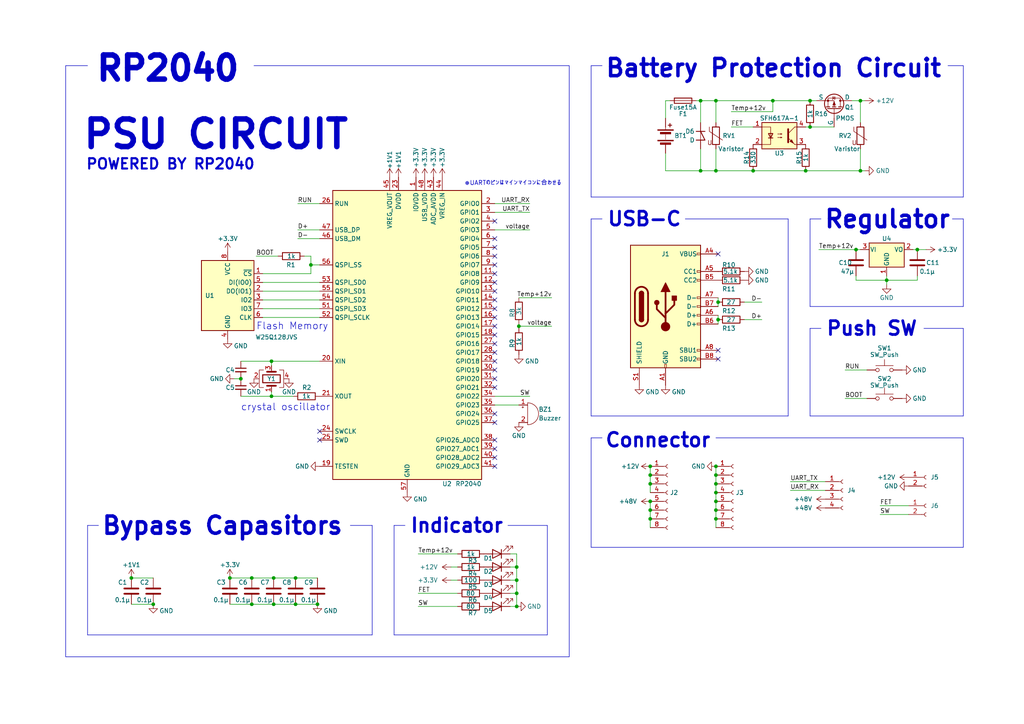
<source format=kicad_sch>
(kicad_sch (version 20230121) (generator eeschema)
  (paper "A4")
  (junction (at 257.175 81.28))
  (junction (at 207.645 49.53))
  (junction (at 73.025 175.26))
  (junction (at 188.595 135.255))
  (junction (at 249.555 29.21))
  (junction (at 233.68 49.53))
  (junction (at 188.595 137.795))
  (junction (at 85.725 167.64))
  (junction (at 437.515 20.32))
  (junction (at 395.605 0))
  (junction (at 38.1 167.64))
  (junction (at 207.645 135.255))
  (junction (at 150.495 94.615))
  (junction (at 406.4 20.32))
  (junction (at 203.2 49.53))
  (junction (at 92.075 175.26))
  (junction (at 248.285 72.39))
  (junction (at 391.16 0))
  (junction (at 69.85 109.855))
  (junction (at 90.17 76.835))
  (junction (at 207.645 147.955))
  (junction (at 203.2 29.21))
  (junction (at 422.91 0))
  (junction (at 207.645 140.335))
  (junction (at 208.28 92.71))
  (junction (at 207.645 29.21))
  (junction (at 79.375 175.26))
  (junction (at 188.595 140.335))
  (junction (at 149.86 175.895))
  (junction (at 412.115 0))
  (junction (at 266.065 72.39))
  (junction (at 208.28 87.63))
  (junction (at 73.025 167.64))
  (junction (at 149.86 168.275))
  (junction (at 207.645 142.875))
  (junction (at 79.375 167.64))
  (junction (at 78.74 104.775))
  (junction (at 188.595 147.955))
  (junction (at 66.675 167.64))
  (junction (at 207.645 137.795))
  (junction (at 234.95 29.21))
  (junction (at 44.45 175.26))
  (junction (at 149.86 172.085))
  (junction (at 422.91 7.62))
  (junction (at 218.44 49.53))
  (junction (at 421.64 20.32))
  (junction (at 188.595 145.415))
  (junction (at 234.95 36.83))
  (junction (at 188.595 150.495))
  (junction (at 224.155 29.21))
  (junction (at 85.725 175.26))
  (junction (at 78.74 114.935))
  (junction (at 391.16 20.32))
  (junction (at 395.605 20.32))
  (junction (at 385.445 33.655))
  (junction (at 207.645 150.495))
  (junction (at 249.555 49.53))
  (junction (at 437.515 0))
  (junction (at 149.86 164.465))
  (junction (at 207.645 145.415))
  (no_connect (at 143.51 79.375))
  (no_connect (at 143.51 112.395))
  (no_connect (at 143.51 84.455))
  (no_connect (at 143.51 97.155))
  (no_connect (at 143.51 107.315))
  (no_connect (at 143.51 89.535))
  (no_connect (at 143.51 94.615))
  (no_connect (at 143.51 86.995))
  (no_connect (at 143.51 122.555))
  (no_connect (at 92.71 127.635))
  (no_connect (at 208.28 104.14))
  (no_connect (at 143.51 120.015))
  (no_connect (at 143.51 130.175))
  (no_connect (at 143.51 102.235))
  (no_connect (at 143.51 104.775))
  (no_connect (at 143.51 81.915))
  (no_connect (at 143.51 71.755))
  (no_connect (at 143.51 127.635))
  (no_connect (at 143.51 69.215))
  (no_connect (at 208.28 101.6))
  (no_connect (at 143.51 76.835))
  (no_connect (at 92.71 125.095))
  (no_connect (at 143.51 132.715))
  (no_connect (at 143.51 135.255))
  (no_connect (at 143.51 74.295))
  (no_connect (at 143.51 99.695))
  (no_connect (at 143.51 64.135))
  (no_connect (at 143.51 92.075))
  (no_connect (at 143.51 109.855))
  (no_connect (at 208.28 73.66))
  (wire (pts (xy 147.955 175.895) (xy 149.86 175.895)))
  (wire (pts (xy 130.81 164.465) (xy 132.715 164.465)))
  (polyline (pts (xy 73.66 19.05) (xy 165.1 19.05)))
  (polyline (pts (xy 279.4 120.65) (xy 279.4 95.25)))
  (wire (pts (xy 203.2 43.18) (xy 203.2 49.53)))
  (polyline (pts (xy 174.625 63.5) (xy 171.45 63.5)))
  (wire (pts (xy 207.645 142.875) (xy 207.645 145.415)))
  (wire (pts (xy 437.515 6.35) (xy 437.515 0)))
  (wire (pts (xy 394.97 25.4) (xy 385.445 25.4)))
  (polyline (pts (xy 19.05 19.05) (xy 19.05 190.5)))
  (wire (pts (xy 143.51 117.475) (xy 150.495 117.475)))
  (wire (pts (xy 188.595 137.795) (xy 188.595 140.335)))
  (polyline (pts (xy 198.755 63.5) (xy 228.6 63.5)))
  (wire (pts (xy 121.285 172.085) (xy 132.715 172.085)))
  (wire (pts (xy 237.49 72.39) (xy 248.285 72.39)))
  (wire (pts (xy 412.115 0) (xy 422.91 0)))
  (wire (pts (xy 266.065 72.39) (xy 268.605 72.39)))
  (wire (pts (xy 207.645 140.335) (xy 207.645 142.875)))
  (polyline (pts (xy 267.97 95.25) (xy 279.4 95.25)))
  (polyline (pts (xy 171.45 57.15) (xy 279.4 57.15)))
  (wire (pts (xy 385.445 33.02) (xy 385.445 33.655)))
  (polyline (pts (xy 174.625 19.05) (xy 171.45 19.05)))
  (wire (pts (xy 422.91 7.62) (xy 429.895 7.62)))
  (wire (pts (xy 207.645 150.495) (xy 207.645 153.035)))
  (wire (pts (xy 201.93 29.21) (xy 203.2 29.21)))
  (wire (pts (xy 245.11 107.315) (xy 251.46 107.315)))
  (wire (pts (xy 395.605 13.97) (xy 395.605 20.32)))
  (wire (pts (xy 90.17 79.375) (xy 90.17 76.835)))
  (wire (pts (xy 149.86 175.895) (xy 149.86 172.085)))
  (wire (pts (xy 207.645 43.18) (xy 207.645 49.53)))
  (polyline (pts (xy 25.4 19.05) (xy 19.05 19.05)))
  (polyline (pts (xy 276.225 63.5) (xy 279.4 63.5)))
  (wire (pts (xy 143.51 114.935) (xy 153.67 114.935)))
  (wire (pts (xy 208.28 86.36) (xy 208.28 87.63)))
  (wire (pts (xy 394.97 33.655) (xy 385.445 33.655)))
  (wire (pts (xy 208.28 92.71) (xy 208.28 93.98)))
  (wire (pts (xy 76.2 84.455) (xy 92.71 84.455)))
  (wire (pts (xy 381 20.32) (xy 391.16 20.32)))
  (wire (pts (xy 193.04 29.21) (xy 193.04 34.29)))
  (wire (pts (xy 193.04 49.53) (xy 193.04 44.45)))
  (polyline (pts (xy 234.95 120.65) (xy 279.4 120.65)))
  (polyline (pts (xy 207.645 127) (xy 279.4 127)))
  (wire (pts (xy 391.16 13.97) (xy 391.16 20.32)))
  (wire (pts (xy 66.675 167.64) (xy 73.025 167.64)))
  (wire (pts (xy 160.02 86.36) (xy 150.495 86.36)))
  (wire (pts (xy 153.67 66.675) (xy 143.51 66.675)))
  (wire (pts (xy 78.74 104.775) (xy 92.71 104.775)))
  (wire (pts (xy 66.675 175.26) (xy 73.025 175.26)))
  (wire (pts (xy 73.025 175.26) (xy 79.375 175.26)))
  (wire (pts (xy 86.36 59.055) (xy 92.71 59.055)))
  (wire (pts (xy 248.285 81.28) (xy 248.285 80.01)))
  (wire (pts (xy 147.955 160.655) (xy 149.86 160.655)))
  (wire (pts (xy 248.285 81.28) (xy 257.175 81.28)))
  (polyline (pts (xy 117.475 152.4) (xy 114.3 152.4)))
  (wire (pts (xy 405.765 28.575) (xy 401.32 28.575)))
  (wire (pts (xy 249.555 35.56) (xy 249.555 29.21)))
  (polyline (pts (xy 279.4 88.9) (xy 279.4 63.5)))
  (wire (pts (xy 193.04 29.21) (xy 194.31 29.21)))
  (wire (pts (xy 257.175 82.55) (xy 257.175 81.28)))
  (wire (pts (xy 389.89 0) (xy 391.16 0)))
  (wire (pts (xy 220.98 92.71) (xy 215.9 92.71)))
  (wire (pts (xy 249.555 43.18) (xy 249.555 49.53)))
  (wire (pts (xy 86.36 66.675) (xy 92.71 66.675)))
  (wire (pts (xy 233.68 36.83) (xy 234.95 36.83)))
  (wire (pts (xy 207.645 147.955) (xy 207.645 150.495)))
  (wire (pts (xy 203.2 29.21) (xy 207.645 29.21)))
  (wire (pts (xy 207.645 49.53) (xy 218.44 49.53)))
  (wire (pts (xy 212.09 36.83) (xy 218.44 36.83)))
  (wire (pts (xy 67.945 109.855) (xy 69.85 109.855)))
  (wire (pts (xy 257.175 81.28) (xy 257.175 80.01)))
  (wire (pts (xy 412.115 3.175) (xy 412.115 0)))
  (wire (pts (xy 79.375 167.64) (xy 85.725 167.64)))
  (polyline (pts (xy 171.45 63.5) (xy 171.45 120.65)))
  (wire (pts (xy 400.05 7.62) (xy 406.4 7.62)))
  (wire (pts (xy 149.86 164.465) (xy 149.86 168.275)))
  (wire (pts (xy 395.605 0) (xy 412.115 0)))
  (wire (pts (xy 257.175 81.28) (xy 266.065 81.28)))
  (polyline (pts (xy 107.95 184.15) (xy 107.95 152.4)))
  (wire (pts (xy 208.28 87.63) (xy 208.28 88.9)))
  (wire (pts (xy 255.27 146.685) (xy 263.525 146.685)))
  (wire (pts (xy 203.2 29.21) (xy 203.2 35.56)))
  (polyline (pts (xy 234.95 63.5) (xy 234.95 88.9)))
  (wire (pts (xy 188.595 150.495) (xy 188.595 153.035)))
  (wire (pts (xy 249.555 29.21) (xy 250.825 29.21)))
  (polyline (pts (xy 228.6 120.65) (xy 228.6 63.5)))
  (wire (pts (xy 150.495 94.615) (xy 150.495 95.25)))
  (wire (pts (xy 207.645 137.795) (xy 207.645 140.335)))
  (wire (pts (xy 90.17 74.295) (xy 88.265 74.295)))
  (wire (pts (xy 188.595 135.255) (xy 188.595 137.795)))
  (wire (pts (xy 218.44 49.53) (xy 233.68 49.53)))
  (polyline (pts (xy 158.75 184.15) (xy 158.75 152.4)))
  (wire (pts (xy 188.595 145.415) (xy 188.595 147.955)))
  (wire (pts (xy 160.02 94.615) (xy 150.495 94.615)))
  (polyline (pts (xy 171.45 120.65) (xy 228.6 120.65)))
  (wire (pts (xy 79.375 175.26) (xy 85.725 175.26)))
  (polyline (pts (xy 171.45 127) (xy 171.45 158.75)))
  (wire (pts (xy 73.025 167.64) (xy 79.375 167.64)))
  (wire (pts (xy 121.285 175.895) (xy 132.715 175.895)))
  (polyline (pts (xy 174.625 127) (xy 171.45 127)))
  (polyline (pts (xy 28.575 152.4) (xy 25.4 152.4)))
  (wire (pts (xy 400.05 3.175) (xy 412.115 3.175)))
  (wire (pts (xy 188.595 147.955) (xy 188.595 150.495)))
  (wire (pts (xy 207.645 135.255) (xy 207.645 137.795)))
  (wire (pts (xy 85.725 167.64) (xy 92.075 167.64)))
  (wire (pts (xy 78.74 113.665) (xy 78.74 114.935)))
  (wire (pts (xy 212.09 32.385) (xy 224.155 32.385)))
  (wire (pts (xy 395.605 6.35) (xy 395.605 0)))
  (wire (pts (xy 437.515 13.97) (xy 437.515 20.32)))
  (wire (pts (xy 233.68 49.53) (xy 249.555 49.53)))
  (wire (pts (xy 207.645 29.21) (xy 224.155 29.21)))
  (wire (pts (xy 85.725 175.26) (xy 92.075 175.26)))
  (polyline (pts (xy 114.3 152.4) (xy 114.3 184.15)))
  (wire (pts (xy 264.795 72.39) (xy 266.065 72.39)))
  (polyline (pts (xy 25.4 152.4) (xy 25.4 184.15)))
  (wire (pts (xy 381 0) (xy 381 5.08)))
  (wire (pts (xy 412.115 27.305) (xy 419.1 27.305)))
  (wire (pts (xy 229.235 142.24) (xy 239.395 142.24)))
  (wire (pts (xy 76.2 81.915) (xy 92.71 81.915)))
  (wire (pts (xy 76.2 89.535) (xy 92.71 89.535)))
  (wire (pts (xy 266.065 81.28) (xy 266.065 80.01)))
  (wire (pts (xy 224.155 29.21) (xy 234.95 29.21)))
  (polyline (pts (xy 171.45 19.05) (xy 171.45 57.15)))
  (wire (pts (xy 153.67 61.595) (xy 143.51 61.595)))
  (wire (pts (xy 149.86 168.275) (xy 147.955 168.275)))
  (wire (pts (xy 391.16 0) (xy 391.16 6.35)))
  (wire (pts (xy 74.295 74.295) (xy 80.645 74.295)))
  (polyline (pts (xy 101.6 152.4) (xy 107.95 152.4)))
  (wire (pts (xy 385.445 33.655) (xy 385.445 34.29)))
  (wire (pts (xy 121.285 160.655) (xy 132.715 160.655)))
  (wire (pts (xy 203.2 49.53) (xy 207.645 49.53)))
  (wire (pts (xy 391.16 20.32) (xy 395.605 20.32)))
  (wire (pts (xy 208.28 91.44) (xy 208.28 92.71)))
  (wire (pts (xy 76.2 92.075) (xy 92.71 92.075)))
  (wire (pts (xy 90.17 76.835) (xy 90.17 74.295)))
  (wire (pts (xy 149.86 160.655) (xy 149.86 164.465)))
  (wire (pts (xy 421.64 20.32) (xy 437.515 20.32)))
  (wire (pts (xy 381 20.32) (xy 381 15.24)))
  (wire (pts (xy 150.495 93.98) (xy 150.495 94.615)))
  (wire (pts (xy 421.64 7.62) (xy 422.91 7.62)))
  (polyline (pts (xy 19.05 190.5) (xy 165.1 190.5)))
  (wire (pts (xy 153.67 59.055) (xy 143.51 59.055)))
  (wire (pts (xy 422.91 0) (xy 424.815 0)))
  (wire (pts (xy 188.595 140.335) (xy 188.595 142.875)))
  (wire (pts (xy 224.155 32.385) (xy 224.155 29.21)))
  (wire (pts (xy 437.515 0) (xy 438.785 0)))
  (polyline (pts (xy 234.95 88.9) (xy 279.4 88.9)))
  (wire (pts (xy 245.11 115.57) (xy 251.46 115.57)))
  (wire (pts (xy 69.85 104.775) (xy 78.74 104.775)))
  (wire (pts (xy 437.515 20.32) (xy 438.785 20.32)))
  (wire (pts (xy 90.17 76.835) (xy 92.71 76.835)))
  (wire (pts (xy 406.4 20.32) (xy 421.64 20.32)))
  (wire (pts (xy 86.36 69.215) (xy 92.71 69.215)))
  (wire (pts (xy 234.95 29.21) (xy 236.855 29.21)))
  (wire (pts (xy 78.74 104.775) (xy 78.74 106.045)))
  (polyline (pts (xy 25.4 184.15) (xy 107.95 184.15)))
  (polyline (pts (xy 279.4 158.75) (xy 279.4 127)))
  (wire (pts (xy 207.645 145.415) (xy 207.645 147.955)))
  (polyline (pts (xy 171.45 158.75) (xy 279.4 158.75)))
  (polyline (pts (xy 234.95 95.25) (xy 234.95 120.65)))
  (wire (pts (xy 248.285 72.39) (xy 249.555 72.39)))
  (wire (pts (xy 149.86 164.465) (xy 147.955 164.465)))
  (wire (pts (xy 76.2 79.375) (xy 90.17 79.375)))
  (wire (pts (xy 149.86 168.275) (xy 149.86 172.085)))
  (wire (pts (xy 76.2 86.995) (xy 92.71 86.995)))
  (wire (pts (xy 412.115 29.845) (xy 419.1 29.845)))
  (wire (pts (xy 38.1 167.64) (xy 44.45 167.64)))
  (wire (pts (xy 147.955 172.085) (xy 149.86 172.085)))
  (polyline (pts (xy 238.125 63.5) (xy 234.95 63.5)))
  (wire (pts (xy 207.645 35.56) (xy 207.645 29.21)))
  (wire (pts (xy 38.1 175.26) (xy 44.45 175.26)))
  (wire (pts (xy 381 0) (xy 382.27 0)))
  (polyline (pts (xy 114.3 184.15) (xy 158.75 184.15)))
  (wire (pts (xy 78.74 114.935) (xy 85.09 114.935)))
  (wire (pts (xy 247.015 29.21) (xy 249.555 29.21)))
  (polyline (pts (xy 165.1 190.5) (xy 165.1 19.05)))
  (wire (pts (xy 249.555 49.53) (xy 250.825 49.53)))
  (wire (pts (xy 229.235 139.7) (xy 239.395 139.7)))
  (wire (pts (xy 255.27 149.225) (xy 263.525 149.225)))
  (wire (pts (xy 220.98 87.63) (xy 215.9 87.63)))
  (polyline (pts (xy 238.125 95.25) (xy 234.95 95.25)))
  (polyline (pts (xy 147.32 152.4) (xy 158.75 152.4)))
  (wire (pts (xy 405.765 43.815) (xy 401.32 43.815)))
  (wire (pts (xy 395.605 20.32) (xy 406.4 20.32)))
  (polyline (pts (xy 279.4 57.15) (xy 279.4 19.05)))
  (wire (pts (xy 130.81 168.275) (xy 132.715 168.275)))
  (polyline (pts (xy 274.955 19.05) (xy 279.4 19.05)))
  (wire (pts (xy 193.04 49.53) (xy 203.2 49.53)))
  (wire (pts (xy 391.16 0) (xy 395.605 0)))
  (wire (pts (xy 434.975 0) (xy 437.515 0)))
  (wire (pts (xy 234.95 36.83) (xy 241.935 36.83)))
  (wire (pts (xy 69.85 114.935) (xy 78.74 114.935)))
  (text "crystal oscillator" (at 69.85 119.38 0) (effects (font (size 2 2)) (justify left bottom)))
  (text "RP2040" (at 27.305 24.13 0) (effects (font (size 7 7) (thickness 1.6) bold) (justify left bottom)))
  (text "※UARTのピンはマインマイコンに合わせる" (at 134.62 53.975 0) (effects (font (size 1.27 1.27)) (justify left bottom)))
  (text "Indicator" (at 118.745 154.94 0) (effects (font (size 4 4) (thickness 0.8) bold) (justify left bottom)))
  (text "POWERED BY RP2040" (at 24.765 49.53 0) (effects (font (size 3 3) bold) (justify left bottom)))
  (text "USB-C" (at 175.895 66.04 0) (effects (font (size 4 4) (thickness 0.8) bold) (justify left bottom)))
  (text "PSU CIRCUIT" (at 23.495 43.815 0) (effects (font (size 8 8) (thickness 1.6) bold) (justify left bottom)))
  (text "Bypass Capasitors" (at 29.21 155.575 0) (effects (font (size 5 5) (thickness 1) bold) (justify left bottom)))
  (text "Connector" (at 175.26 130.175 0) (effects (font (size 4 4) (thickness 0.8) bold) (justify left bottom)))
  (text "Flash Memory" (at 74.295 95.885 0) (effects (font (size 2 2)) (justify left bottom)))
  (text "Battery Protection Circuit" (at 175.26 22.86 0) (effects (font (size 5 5) (thickness 1) bold) (justify left bottom)))
  (text "Regulator" (at 238.76 66.675 0) (effects (font (size 5 5) (thickness 1) bold) (justify left bottom)))
  (text "Push SW" (at 239.395 97.79 0) (effects (font (size 4 4) (thickness 0.8) bold) (justify left bottom)))
  (label "voltage" (at 394.97 33.655 180))
  (label "Temp+12v" (at 212.09 32.385 0))
  (label "D-" (at 220.98 87.63 180))
  (label "SW" (at 255.27 149.225 0))
  (label "SW" (at 121.285 175.895 0))
  (label "RUN" (at 245.11 107.315 0))
  (label "FET" (at 405.765 28.575 180))
  (label "Temp+12v" (at 160.02 86.36 180))
  (label "BOOT" (at 74.295 74.295 0))
  (label "Temp+12v" (at 400.05 3.175 0))
  (label "FET" (at 212.09 36.83 0))
  (label "SW" (at 412.115 29.845 0))
  (label "BOOT" (at 245.11 115.57 0))
  (label "FET" (at 121.285 172.085 0))
  (label "voltage" (at 153.67 66.675 180))
  (label "SW" (at 153.67 114.935 180))
  (label "D+" (at 220.98 92.71 180))
  (label "Temp+12v" (at 121.285 160.655 0))
  (label "D-" (at 86.36 69.215 0))
  (label "voltage" (at 412.115 27.305 0))
  (label "D+" (at 86.36 66.675 0))
  (label "RUN" (at 86.36 59.055 0))
  (label "UART_TX" (at 153.67 61.595 180))
  (label "Temp+12v" (at 237.49 72.39 0))
  (label "voltage" (at 160.02 94.615 180))
  (label "UART_TX" (at 229.235 139.7 0))
  (label "FET" (at 255.27 146.685 0))
  (label "UART_RX" (at 153.67 59.055 180))
  (label "FET" (at 400.05 7.62 0))
  (label "UART_RX" (at 229.235 142.24 0))
  (label "SW" (at 405.765 43.815 180))
  (label "Temp+12v" (at 394.97 25.4 180))
  (symbol (lib_id "Isolator:SFH617A-1") (at 226.06 39.37 0) (unit 1)
    (property "Reference" "U3" (at 226.06 44.45 0))
    (property "Value" "SFH617A-1" (at 226.06 34.29 0))
    (property "Footprint" "Package_DIP:DIP-4_W7.62mm" (effects hide))
    (property "Datasheet" "http://www.vishay.com/docs/83740/sfh617a.pdf" (effects hide))
  )
  (symbol (lib_id "Device:C") (at 266.065 76.2 0) (unit 1)
    (property "Reference" "C11" (at 268.605 76.2 0) (effects (justify left)))
    (property "Value" "0.1μ" (at 266.7 78.74 0) (effects (justify left)))
    (property "Footprint" "Capacitor_SMD:C_0402_1005Metric" (effects hide))
    (property "LCSC" "C1525" (effects hide))
  )
  (symbol (lib_id "Device:Buzzer") (at 153.035 120.015 0) (unit 1)
    (property "Reference" "BZ1" (at 156.21 118.745 0) (effects (justify left)))
    (property "Value" "Buzzer" (at 156.21 121.285 0) (effects (justify left)))
    (property "Footprint" "Buzzer_Beeper:Buzzer_Murata_PKLCS1212E" (effects hide))
  )
  (symbol (lib_id "power:GND") (at 261.62 107.315 90) (unit 1)
    (property "Reference" "#PWR035" (effects hide))
    (property "Value" "GND" (at 266.7 107.315 90))
  )
  (symbol (lib_id "power:+12V") (at 263.525 138.43 90) (unit 1)
    (property "Reference" "#PWR037" (effects hide))
    (property "Value" "+12V" (at 259.715 138.43 90) (effects (justify left)))
  )
  (symbol (lib_id "Device:Varistor") (at 249.555 39.37 0) (unit 1)
    (property "Reference" "RV2" (at 243.205 39.37 0) (effects (justify left)))
    (property "Value" "Varistor" (at 241.935 43.18 0) (effects (justify left)))
    (property "Footprint" "Varistor:RV_Disc_D9mm_W3.3mm_P5mm" (effects hide))
    (property "Sim.Name" "kicad_builtin_varistor" (effects hide))
    (property "Sim.Device" "SUBCKT" (effects hide))
    (property "Sim.Pins" "1=A 2=B" (effects hide))
    (property "Sim.Params" "threshold=1k" (effects hide))
    (property "Sim.Library" "${KICAD7_SYMBOL_DIR}/Simulation_SPICE.sp" (effects hide))
  )
  (symbol (lib_id "power:+12V") (at 130.81 164.465 90) (unit 1)
    (property "Reference" "#PWR018" (effects hide))
    (property "Value" "+12V" (at 127 164.465 90) (effects (justify left)))
  )
  (symbol (lib_id "Device:Varistor") (at 437.515 10.16 0) (unit 1)
    (property "Reference" "RV4" (at 431.165 10.16 0) (effects (justify left)))
    (property "Value" "Varistor" (at 429.895 13.97 0) (effects (justify left)))
    (property "Footprint" "Varistor:RV_Disc_D9mm_W3.3mm_P5mm" (effects hide))
    (property "Sim.Name" "kicad_builtin_varistor" (effects hide))
    (property "Sim.Device" "SUBCKT" (effects hide))
    (property "Sim.Pins" "1=A 2=B" (effects hide))
    (property "Sim.Params" "threshold=1k" (effects hide))
    (property "Sim.Library" "${KICAD7_SYMBOL_DIR}/Simulation_SPICE.sp" (effects hide))
  )
  (symbol (lib_id "Device:R") (at 234.95 33.02 0) (unit 1)
    (property "Reference" "R16" (at 236.22 33.02 0) (effects (justify left)))
    (property "Value" "1k" (at 234.95 34.29 90) (effects (justify left)))
    (property "Footprint" "Resistor_SMD:R_0402_1005Metric" (effects hide))
    (property "LCSC" "C11702" (effects hide))
  )
  (symbol (lib_id "Connector:Conn_01x08_Socket") (at 212.725 142.875 0) (unit 1)
    (property "Reference" "J3" (at 213.36 142.875 0) (effects (justify left)))
    (property "Value" "Conn_01x08_Socket" (effects hide))
    (property "Footprint" "Connector_PinSocket_2.54mm:PinSocket_1x08_P2.54mm_Vertical" (effects hide))
  )
  (symbol (lib_id "Device:C") (at 38.1 171.45 180) (unit 1)
    (property "Reference" "C1" (at 35.56 168.91 0))
    (property "Value" "0.1μ" (at 35.56 173.99 0))
    (property "Footprint" "Capacitor_SMD:C_0402_1005Metric" (effects hide))
    (property "LCSC" "C1525" (effects hide))
  )
  (symbol (lib_id "Connector:Conn_01x08_Socket") (at 193.675 142.875 0) (unit 1)
    (property "Reference" "J2" (at 194.31 142.875 0) (effects (justify left)))
    (property "Value" "Conn_01x08_Socket" (effects hide))
    (property "Footprint" "Connector_PinSocket_2.54mm:PinSocket_1x08_P2.54mm_Vertical" (effects hide))
  )
  (symbol (lib_id "power:+1V1") (at 115.57 51.435 0) (unit 1)
    (property "Reference" "#PWR012" (effects hide))
    (property "Value" "+1V1" (at 115.57 46.355 90))
  )
  (symbol (lib_id "power:GND") (at 73.66 109.855 0) (unit 1)
    (property "Reference" "#PWR07" (effects hide))
    (property "Value" "GND" (at 73.66 113.665 0))
  )
  (symbol (lib_id "Memory_Flash:W25Q128JVS") (at 66.04 85.725 0) (mirror y) (unit 1)
    (property "Reference" "U1" (at 62.23 85.725 0) (effects (justify left)))
    (property "Value" "W25Q128JVS" (at 86.36 97.79 0) (effects (justify left)))
    (property "Footprint" "Package_SO:SOIC-8_5.23x5.23mm_P1.27mm" (effects hide))
    (property "Datasheet" "http://www.winbond.com/resource-files/w25q128jv_dtr%20revc%2003272018%20plus.pdf" (effects hide))
    (property "LCSC" "C97521" (effects hide))
  )
  (symbol (lib_id "power:GND") (at 149.86 175.895 90) (unit 1)
    (property "Reference" "#PWR020" (effects hide))
    (property "Value" "GND" (at 154.94 175.895 90))
  )
  (symbol (lib_id "Device:R") (at 385.445 29.21 0) (unit 1)
    (property "Reference" "R20" (at 383.54 31.115 90) (effects (justify left)))
    (property "Value" "3k" (at 385.445 30.48 90) (effects (justify left)))
    (property "Footprint" "Resistor_SMD:R_0402_1005Metric" (effects hide))
    (property "LCSC" "C25784" (effects hide))
  )
  (symbol (lib_id "power:GND") (at 250.825 49.53 90) (unit 1)
    (property "Reference" "#PWR033" (effects hide))
    (property "Value" "GND" (at 254 49.53 90) (effects (justify right)))
  )
  (symbol (lib_id "power:GND") (at 66.04 98.425 0) (unit 1)
    (property "Reference" "#PWR04" (effects hide))
    (property "Value" "GND" (at 69.85 100.33 0))
  )
  (symbol (lib_id "power:GND") (at 215.9 81.28 90) (unit 1)
    (property "Reference" "#PWR029" (effects hide))
    (property "Value" "GND" (at 220.98 81.28 90))
  )
  (symbol (lib_id "Switch:SW_DIP_x01") (at 401.32 36.195 90) (unit 1)
    (property "Reference" "SW3" (at 405.13 36.195 90) (effects (justify right)))
    (property "Value" "SW_DIP_x01" (effects hide))
  )
  (symbol (lib_id "power:GND") (at 385.445 41.91 0) (unit 1)
    (property "Reference" "#PWR042" (effects hide))
    (property "Value" "GND" (at 389.255 43.815 0))
  )
  (symbol (lib_id "power:+3.3V") (at 130.81 168.275 90) (unit 1)
    (property "Reference" "#PWR019" (effects hide))
    (property "Value" "+3.3V" (at 127 168.275 90) (effects (justify left)))
  )
  (symbol (lib_id "Device:R") (at 212.09 87.63 90) (unit 1)
    (property "Reference" "R12" (at 213.36 90.17 90) (effects (justify left)))
    (property "Value" "27" (at 213.36 87.63 90) (effects (justify left)))
    (property "Footprint" "Resistor_SMD:R_0402_1005Metric" (effects hide))
    (property "LCSC" "C25100" (effects hide))
  )
  (symbol (lib_id "Device:C") (at 92.075 171.45 180) (unit 1)
    (property "Reference" "C9" (at 89.535 168.91 0))
    (property "Value" "0.1μ" (at 89.535 173.99 0))
    (property "Footprint" "Capacitor_SMD:C_0402_1005Metric" (effects hide))
    (property "LCSC" "C1525" (effects hide))
  )
  (symbol (lib_id "Device:R") (at 84.455 74.295 90) (unit 1)
    (property "Reference" "R1" (at 85.725 76.835 90) (effects (justify left)))
    (property "Value" "1k" (at 85.725 74.295 90) (effects (justify left)))
    (property "Footprint" "Resistor_SMD:R_0402_1005Metric" (effects hide))
    (property "LCSC" "C11702" (effects hide))
  )
  (symbol (lib_id "Device:C") (at 66.675 171.45 180) (unit 1)
    (property "Reference" "C3" (at 64.135 168.91 0))
    (property "Value" "0.1μ" (at 64.135 173.99 0))
    (property "Footprint" "Capacitor_SMD:C_0402_1005Metric" (effects hide))
    (property "LCSC" "C1525" (effects hide))
  )
  (symbol (lib_id "Device:C") (at 248.285 76.2 0) (unit 1)
    (property "Reference" "C10" (at 243.205 76.2 0) (effects (justify left)))
    (property "Value" "47μ" (at 243.84 78.74 0) (effects (justify left)))
    (property "Footprint" "Capacitor_SMD:C_1210_3225Metric_Pad1.33x2.70mm_HandSolder" (effects hide))
  )
  (symbol (lib_id "power:GND") (at 150.495 122.555 0) (unit 1)
    (property "Reference" "#PWR021" (effects hide))
    (property "Value" "GND" (at 150.495 126.365 0))
  )
  (symbol (lib_id "Switch:SW_Push") (at 256.54 107.315 0) (unit 1)
    (property "Reference" "SW1" (at 256.54 100.965 0))
    (property "Value" "SW_Push" (at 256.54 102.87 0))
    (property "Footprint" "Button_Switch_SMD:SW_SPST_B3U-1000P" (effects hide))
  )
  (symbol (lib_id "Device:C_Small") (at 69.85 112.395 0) (unit 1)
    (property "Reference" "C5" (at 65.405 112.395 0) (effects (justify left)))
    (property "Value" "C_Small" (effects hide))
    (property "Footprint" "Capacitor_SMD:C_0402_1005Metric" (effects hide))
    (property "LCSC" "C1557" (effects hide))
  )
  (symbol (lib_id "power:GND") (at 92.71 135.255 270) (unit 1)
    (property "Reference" "#PWR010" (effects hide))
    (property "Value" "GND" (at 87.63 135.255 90))
  )
  (symbol (lib_id "Device:R") (at 88.9 114.935 270) (unit 1)
    (property "Reference" "R2" (at 87.63 112.395 90) (effects (justify left)))
    (property "Value" "1k" (at 87.63 114.935 90) (effects (justify left)))
    (property "Footprint" "Resistor_SMD:R_0402_1005Metric" (effects hide))
    (property "LCSC" "C11702" (effects hide))
  )
  (symbol (lib_id "power:+5V") (at 436.88 27.305 270) (unit 1)
    (property "Reference" "#PWR043" (effects hide))
    (property "Value" "+5V" (at 440.69 27.305 90) (effects (justify left)))
  )
  (symbol (lib_id "Device:R") (at 422.91 3.81 0) (unit 1)
    (property "Reference" "R19" (at 424.18 3.81 0) (effects (justify left)))
    (property "Value" "1k" (at 422.91 5.08 90) (effects (justify left)))
    (property "Footprint" "Resistor_SMD:R_0402_1005Metric" (effects hide))
    (property "LCSC" "C11702" (effects hide))
  )
  (symbol (lib_id "Device:LED") (at 144.145 175.895 180) (unit 1)
    (property "Reference" "D5" (at 141.605 177.165 0))
    (property "Value" "LED" (effects hide))
    (property "Footprint" "LED_SMD:LED_0603_1608Metric_Pad1.05x0.95mm_HandSolder" (effects hide))
  )
  (symbol (lib_id "power:+3.3V") (at 120.65 51.435 0) (unit 1)
    (property "Reference" "#PWR014" (effects hide))
    (property "Value" "+3.3V" (at 120.65 45.72 90))
  )
  (symbol (lib_id "Device:Fuse") (at 198.12 29.21 90) (unit 1)
    (property "Reference" "F1" (at 198.12 33.02 90))
    (property "Value" "Fuse15A" (at 198.12 31.115 90))
    (property "Footprint" "Fuse:Fuseholder_Clip-5x20mm_Littelfuse_520_Inline_P20.50x5.80mm_D1.30mm_Horizontal" (effects hide))
  )
  (symbol (lib_id "Device:Fuse") (at 386.08 0 90) (unit 1)
    (property "Reference" "F2" (at 386.08 3.81 90))
    (property "Value" "Fuse15A" (at 386.08 1.905 90))
    (property "Footprint" "Fuse:Fuseholder_Clip-5x20mm_Littelfuse_520_Inline_P20.50x5.80mm_D1.30mm_Horizontal" (effects hide))
  )
  (symbol (lib_id "power:+3.3V") (at 125.73 51.435 0) (unit 1)
    (property "Reference" "#PWR016" (effects hide))
    (property "Value" "+3.3V" (at 125.73 45.72 90))
  )
  (symbol (lib_id "power:GND") (at 263.525 140.97 270) (unit 1)
    (property "Reference" "#PWR038" (effects hide))
    (property "Value" "GND" (at 258.445 140.97 90))
  )
  (symbol (lib_id "MCU_RaspberryPi:RP2040") (at 118.11 97.155 0) (unit 1)
    (property "Reference" "U2" (at 128.27 140.335 0) (effects (justify left)))
    (property "Value" "RP2040" (at 132.08 140.335 0) (effects (justify left)))
    (property "Footprint" "Package_DFN_QFN:QFN-56-1EP_7x7mm_P0.4mm_EP3.2x3.2mm" (effects hide))
    (property "Datasheet" "https://datasheets.raspberrypi.com/rp2040/rp2040-datasheet.pdf" (effects hide))
    (property "LCSC" "C2040" (effects hide))
  )
  (symbol (lib_id "power:+3.3V") (at 128.27 51.435 0) (unit 1)
    (property "Reference" "#PWR017" (effects hide))
    (property "Value" "+3.3V" (at 128.27 45.72 90))
  )
  (symbol (lib_id "Device:D_Shockley") (at 203.2 39.37 270) (unit 1)
    (property "Reference" "D6" (at 198.755 38.1 90) (effects (justify left)))
    (property "Value" "D" (at 200.025 40.64 90) (effects (justify left)))
    (property "Footprint" "Diode_THT:D_DO-27_P12.70mm_Horizontal" (effects hide))
  )
  (symbol (lib_id "Device:LED") (at 144.145 168.275 180) (unit 1)
    (property "Reference" "D3" (at 141.605 169.545 0))
    (property "Value" "LED" (effects hide))
    (property "Footprint" "LED_SMD:LED_0603_1608Metric_Pad1.05x0.95mm_HandSolder" (effects hide))
  )
  (symbol (lib_id "power:+12V") (at 250.825 29.21 270) (unit 1)
    (property "Reference" "#PWR032" (effects hide))
    (property "Value" "+12V" (at 254 29.21 90) (effects (justify left)))
  )
  (symbol (lib_id "power:+48V") (at 239.395 147.32 90) (unit 1)
    (property "Reference" "#PWR031" (effects hide))
    (property "Value" "+48V" (at 235.585 147.32 90) (effects (justify left)))
  )
  (symbol (lib_id "Simulation_SPICE:PMOS") (at 429.895 2.54 270) (mirror x) (unit 1)
    (property "Reference" "Q2" (at 434.34 1.905 90))
    (property "Value" "PMOS" (at 433.07 5.08 90))
    (property "Footprint" "Package_TO_SOT_SMD:TO-252-2" (effects hide))
    (property "Datasheet" "https://ngspice.sourceforge.io/docs/ngspice-manual.pdf" (effects hide))
    (property "Sim.Device" "PMOS" (effects hide))
    (property "Sim.Type" "VDMOS" (effects hide))
    (property "Sim.Pins" "1=D 2=G 3=S" (effects hide))
  )
  (symbol (lib_id "Device:R") (at 406.4 16.51 180) (unit 1)
    (property "Reference" "R17" (at 404.495 16.51 90))
    (property "Value" "330" (at 406.4 16.51 90))
    (property "Footprint" "Resistor_SMD:R_0402_1005Metric" (effects hide))
    (property "LCSC" "C25104" (effects hide))
  )
  (symbol (lib_id "power:GND") (at 207.645 135.255 270) (unit 1)
    (property "Reference" "#PWR027" (effects hide))
    (property "Value" "GND" (at 202.565 135.255 90))
  )
  (symbol (lib_id "power:+12V") (at 188.595 135.255 90) (unit 1)
    (property "Reference" "#PWR024" (effects hide))
    (property "Value" "+12V" (at 185.42 135.255 90) (effects (justify left)))
  )
  (symbol (lib_id "power:GND") (at 193.04 111.76 0) (unit 1)
    (property "Reference" "#PWR026" (effects hide))
    (property "Value" "GND" (at 196.85 113.665 0))
  )
  (symbol (lib_id "power:+3.3V") (at 268.605 72.39 270) (unit 1)
    (property "Reference" "#PWR039" (effects hide))
    (property "Value" "+3.3V" (at 271.78 72.39 90) (effects (justify left)))
  )
  (symbol (lib_id "Connector:Conn_01x04_Socket") (at 244.475 142.24 0) (unit 1)
    (property "Reference" "J4" (at 245.745 142.24 0) (effects (justify left)))
    (property "Value" "Conn_01x04_Socket" (effects hide))
    (property "Footprint" "Connector_PinHeader_2.54mm:PinHeader_1x04_P2.54mm_Horizontal" (effects hide))
  )
  (symbol (lib_id "Device:Battery") (at 381 10.16 0) (unit 1)
    (property "Reference" "BT2" (at 383.54 10.16 0) (effects (justify left)))
    (property "Value" "Battery" (effects hide))
    (property "Footprint" "Connector_AMASS:AMASS_XT60-M_1x02_P7.20mm_Vertical" (effects hide))
  )
  (symbol (lib_id "power:+1V1") (at 113.03 51.435 0) (unit 1)
    (property "Reference" "#PWR011" (effects hide))
    (property "Value" "+1V1" (at 113.03 46.355 90))
  )
  (symbol (lib_id "Device:Crystal_GND24") (at 78.74 109.855 90) (unit 1)
    (property "Reference" "Y1" (at 78.74 109.855 90))
    (property "Value" "Crystal_GND24" (effects hide))
    (property "Footprint" "Crystal:Crystal_SMD_2016-4Pin_2.0x1.6mm" (effects hide))
    (property "LCSC" "C7294610" (effects hide))
  )
  (symbol (lib_id "Device:R") (at 233.68 45.72 180) (unit 1)
    (property "Reference" "R15" (at 231.775 45.72 90))
    (property "Value" "1k" (at 233.68 45.72 90))
    (property "Footprint" "Resistor_SMD:R_0402_1005Metric" (effects hide))
    (property "LCSC" "C11702" (effects hide))
  )
  (symbol (lib_id "seeeduino_xiao:Seeeduino_Xiao") (at 427.99 33.655 0) (unit 1)
    (property "Reference" "U6" (at 427.99 24.765 0))
    (property "Value" "RP2040" (at 427.99 45.085 0))
  )
  (symbol (lib_id "Device:R") (at 136.525 168.275 90) (unit 1)
    (property "Reference" "R5" (at 138.43 170.18 90) (effects (justify left)))
    (property "Value" "100" (at 138.43 168.275 90) (effects (justify left)))
    (property "Footprint" "Resistor_SMD:R_0402_1005Metric" (effects hide))
    (property "LCSC" "C25076" (effects hide))
  )
  (symbol (lib_id "Isolator:SFH617A-1") (at 414.02 10.16 0) (unit 1)
    (property "Reference" "U5" (at 414.02 15.24 0))
    (property "Value" "SFH617A-1" (at 414.02 5.08 0))
    (property "Footprint" "Package_DIP:DIP-4_W7.62mm" (effects hide))
    (property "Datasheet" "http://www.vishay.com/docs/83740/sfh617a.pdf" (effects hide))
  )
  (symbol (lib_id "power:GND") (at 67.945 109.855 270) (unit 1)
    (property "Reference" "#PWR06" (effects hide))
    (property "Value" "GND" (at 62.865 109.855 90))
  )
  (symbol (lib_id "Connector:Conn_01x02_Socket") (at 268.605 138.43 0) (unit 1)
    (property "Reference" "J5" (at 269.875 138.43 0) (effects (justify left)))
    (property "Value" "Conn_01x02_Socket" (effects hide))
    (property "Footprint" "Connector_AMASS:AMASS_XT30PW-F_1x02_P2.50mm_Horizontal" (effects hide))
  )
  (symbol (lib_id "Connector:USB_C_Receptacle_USB2.0") (at 193.04 88.9 0) (unit 1)
    (property "Reference" "J1" (at 193.04 73.66 0))
    (property "Value" "USB_C_Receptacle_USB2.0" (effects hide))
    (property "Footprint" "Connector_USB:USB_C_Receptacle_GCT_USB4105-xx-A_16P_TopMnt_Horizontal" (effects hide))
    (property "Datasheet" "https://www.usb.org/sites/default/files/documents/usb_type-c.zip" (effects hide))
  )
  (symbol (lib_id "Device:R") (at 150.495 99.06 0) (unit 1)
    (property "Reference" "R9" (at 148.59 100.965 90) (effects (justify left)))
    (property "Value" "1k" (at 150.495 100.33 90) (effects (justify left)))
    (property "Footprint" "Resistor_SMD:R_0402_1005Metric" (effects hide))
    (property "LCSC" "C11702" (effects hide))
  )
  (symbol (lib_id "Device:R") (at 136.525 172.085 90) (unit 1)
    (property "Reference" "R6" (at 138.43 173.99 90) (effects (justify left)))
    (property "Value" "80" (at 137.795 172.085 90) (effects (justify left)))
    (property "Footprint" "Resistor_SMD:R_0402_1005Metric" (effects hide))
  )
  (symbol (lib_id "Device:R") (at 136.525 164.465 90) (unit 1)
    (property "Reference" "R4" (at 138.43 166.37 90) (effects (justify left)))
    (property "Value" "1k" (at 137.795 164.465 90) (effects (justify left)))
    (property "Footprint" "Resistor_SMD:R_0402_1005Metric" (effects hide))
    (property "LCSC" "C11702" (effects hide))
  )
  (symbol (lib_id "Device:LED") (at 144.145 160.655 180) (unit 1)
    (property "Reference" "D1" (at 141.605 161.925 0))
    (property "Value" "LED" (effects hide))
    (property "Footprint" "LED_SMD:LED_0603_1608Metric_Pad1.05x0.95mm_HandSolder" (effects hide))
  )
  (symbol (lib_id "power:+3.3V") (at 66.675 167.64 0) (unit 1)
    (property "Reference" "#PWR05" (effects hide))
    (property "Value" "+3.3V" (at 66.675 163.83 0))
  )
  (symbol (lib_id "Device:Varistor") (at 395.605 10.16 0) (unit 1)
    (property "Reference" "RV3" (at 397.51 10.16 0) (effects (justify left)))
    (property "Value" "Varistor" (at 396.24 13.97 0) (effects (justify left)))
    (property "Footprint" "Varistor:RV_Disc_D9mm_W3.3mm_P5mm" (effects hide))
    (property "Sim.Name" "kicad_builtin_varistor" (effects hide))
    (property "Sim.Device" "SUBCKT" (effects hide))
    (property "Sim.Pins" "1=A 2=B" (effects hide))
    (property "Sim.Params" "threshold=1k" (effects hide))
    (property "Sim.Library" "${KICAD7_SYMBOL_DIR}/Simulation_SPICE.sp" (effects hide))
  )
  (symbol (lib_id "Regulator_Linear:AZ1084-5.0") (at 257.175 72.39 0) (unit 1)
    (property "Reference" "U4" (at 257.175 69.215 0))
    (property "Value" "AZ1084-5.0" (effects hide))
    (property "Footprint" "Package_TO_SOT_SMD:TO-252-2" (effects hide))
    (property "Datasheet" "https://www.diodes.com/assets/Datasheets/AZ1084.pdf" (effects hide))
  )
  (symbol (lib_id "Device:R") (at 136.525 160.655 90) (unit 1)
    (property "Reference" "R3" (at 138.43 162.56 90) (effects (justify left)))
    (property "Value" "1k" (at 137.795 160.655 90) (effects (justify left)))
    (property "Footprint" "Resistor_SMD:R_0402_1005Metric" (effects hide))
    (property "LCSC" "C11702" (effects hide))
  )
  (symbol (lib_id "power:GND") (at 438.785 20.32 90) (unit 1)
    (property "Reference" "#PWR041" (effects hide))
    (property "Value" "GND" (at 441.96 20.32 90) (effects (justify right)))
  )
  (symbol (lib_id "Device:C") (at 85.725 171.45 180) (unit 1)
    (property "Reference" "C8" (at 83.185 168.91 0))
    (property "Value" "0.1μ" (at 83.185 173.99 0))
    (property "Footprint" "Capacitor_SMD:C_0402_1005Metric" (effects hide))
    (property "LCSC" "C1525" (effects hide))
  )
  (symbol (lib_id "power:+1V1") (at 38.1 167.64 0) (unit 1)
    (property "Reference" "#PWR01" (effects hide))
    (property "Value" "+1V1" (at 38.1 163.83 0))
  )
  (symbol (lib_id "power:GND") (at 215.9 78.74 90) (unit 1)
    (property "Reference" "#PWR028" (effects hide))
    (property "Value" "GND" (at 220.98 78.74 90))
  )
  (symbol (lib_id "Device:R") (at 218.44 45.72 180) (unit 1)
    (property "Reference" "R14" (at 216.535 45.72 90))
    (property "Value" "330" (at 218.44 45.72 90))
    (property "Footprint" "Resistor_SMD:R_0402_1005Metric" (effects hide))
    (property "LCSC" "C25104" (effects hide))
  )
  (symbol (lib_id "power:+3.3V") (at 66.04 73.025 0) (unit 1)
    (property "Reference" "#PWR03" (effects hide))
    (property "Value" "+3.3V" (at 66.04 69.215 0))
  )
  (symbol (lib_id "power:GND") (at 257.175 82.55 0) (unit 1)
    (property "Reference" "#PWR034" (effects hide))
    (property "Value" "GND" (at 257.175 86.36 0))
  )
  (symbol (lib_id "power:GND") (at 150.495 102.87 0) (unit 1)
    (property "Reference" "#PWR022" (effects hide))
    (property "Value" "GND" (at 154.305 104.775 0))
  )
  (symbol (lib_id "Device:C_Small") (at 69.85 107.315 0) (unit 1)
    (property "Reference" "C4" (at 65.405 107.315 0) (effects (justify left)))
    (property "Value" "C_Small" (effects hide))
    (property "Footprint" "Capacitor_SMD:C_0402_1005Metric" (effects hide))
    (property "LCSC" "C1557" (effects hide))
  )
  (symbol (lib_id "Device:R") (at 212.09 78.74 90) (unit 1)
    (property "Reference" "R10" (at 213.36 76.835 90) (effects (justify left)))
    (property "Value" "5.1k" (at 213.995 78.74 90) (effects (justify left)))
    (property "Footprint" "Resistor_SMD:R_0402_1005Metric" (effects hide))
    (property "LCSC" "C25905" (effects hide))
  )
  (symbol (lib_id "Device:R") (at 421.64 16.51 180) (unit 1)
    (property "Reference" "R18" (at 419.735 16.51 90))
    (property "Value" "1k" (at 421.64 16.51 90))
    (property "Footprint" "Resistor_SMD:R_0402_1005Metric" (effects hide))
    (property "LCSC" "C11702" (effects hide))
  )
  (symbol (lib_id "power:GND") (at 92.075 175.26 0) (unit 1)
    (property "Reference" "#PWR09" (effects hide))
    (property "Value" "GND" (at 95.885 177.165 0))
  )
  (symbol (lib_id "power:GND") (at 118.11 142.875 0) (unit 1)
    (property "Reference" "#PWR013" (effects hide))
    (property "Value" "GND" (at 121.92 144.78 0))
  )
  (symbol (lib_id "Device:R") (at 136.525 175.895 90) (unit 1)
    (property "Reference" "R7" (at 138.43 177.8 90) (effects (justify left)))
    (property "Value" "80" (at 137.795 175.895 90) (effects (justify left)))
    (property "Footprint" "Resistor_SMD:R_0402_1005Metric" (effects hide))
  )
  (symbol (lib_id "Device:Battery") (at 193.04 39.37 0) (unit 1)
    (property "Reference" "BT1" (at 195.58 39.37 0) (effects (justify left)))
    (property "Value" "Battery" (effects hide))
    (property "Footprint" "Connector_AMASS:AMASS_XT60-M_1x02_P7.20mm_Vertical" (effects hide))
  )
  (symbol (lib_id "Device:Varistor") (at 207.645 39.37 0) (unit 1)
    (property "Reference" "RV1" (at 209.55 39.37 0) (effects (justify left)))
    (property "Value" "Varistor" (at 208.28 43.18 0) (effects (justify left)))
    (property "Footprint" "Varistor:RV_Disc_D9mm_W3.3mm_P5mm" (effects hide))
    (property "Sim.Name" "kicad_builtin_varistor" (effects hide))
    (property "Sim.Device" "SUBCKT" (effects hide))
    (property "Sim.Pins" "1=A 2=B" (effects hide))
    (property "Sim.Params" "threshold=1k" (effects hide))
    (property "Sim.Library" "${KICAD7_SYMBOL_DIR}/Simulation_SPICE.sp" (effects hide))
  )
  (symbol (lib_id "power:+3.3V") (at 123.19 51.435 0) (unit 1)
    (property "Reference" "#PWR015" (effects hide))
    (property "Value" "+3.3V" (at 123.19 45.72 90))
  )
  (symbol (lib_id "power:GND") (at 44.45 175.26 0) (unit 1)
    (property "Reference" "#PWR02" (effects hide))
    (property "Value" "GND" (at 48.26 177.165 0))
  )
  (symbol (lib_id "power:+48V") (at 239.395 144.78 90) (unit 1)
    (property "Reference" "#PWR030" (effects hide))
    (property "Value" "+48V" (at 235.585 144.78 90) (effects (justify left)))
  )
  (symbol (lib_id "Switch:SW_Push") (at 256.54 115.57 0) (unit 1)
    (property "Reference" "SW2" (at 256.54 109.855 0))
    (property "Value" "SW_Push" (at 256.54 111.76 0))
    (property "Footprint" "Button_Switch_SMD:SW_SPST_B3U-1000P" (effects hide))
  )
  (symbol (lib_id "Device:LED") (at 144.145 164.465 180) (unit 1)
    (property "Reference" "D2" (at 141.605 165.735 0))
    (property "Value" "LED" (effects hide))
    (property "Footprint" "LED_SMD:LED_0603_1608Metric_Pad1.05x0.95mm_HandSolder" (effects hide))
  )
  (symbol (lib_id "power:GND") (at 436.88 29.845 90) (unit 1)
    (property "Reference" "#PWR044" (effects hide))
    (property "Value" "GND" (at 440.055 29.845 90) (effects (justify right)))
  )
  (symbol (lib_id "Device:LED") (at 144.145 172.085 180) (unit 1)
    (property "Reference" "D4" (at 141.605 173.355 0))
    (property "Value" "LED" (effects hide))
    (property "Footprint" "LED_SMD:LED_0603_1608Metric_Pad1.05x0.95mm_HandSolder" (effects hide))
  )
  (symbol (lib_id "Device:R") (at 385.445 38.1 0) (unit 1)
    (property "Reference" "R21" (at 383.54 40.005 90) (effects (justify left)))
    (property "Value" "1k" (at 385.445 39.37 90) (effects (justify left)))
    (property "Footprint" "Resistor_SMD:R_0402_1005Metric" (effects hide))
    (property "LCSC" "C11702" (effects hide))
  )
  (symbol (lib_id "Connector:Conn_01x02_Socket") (at 268.605 146.685 0) (unit 1)
    (property "Reference" "J6" (at 269.875 146.685 0) (effects (justify left)))
    (property "Value" "Conn_01x02_Socket" (effects hide))
    (property "Footprint" "Connector_PinHeader_2.54mm:PinHeader_1x02_P2.54mm_Vertical" (effects hide))
  )
  (symbol (lib_id "Device:C") (at 79.375 171.45 180) (unit 1)
    (property "Reference" "C7" (at 76.835 168.91 0))
    (property "Value" "0.1μ" (at 76.835 173.99 0))
    (property "Footprint" "Capacitor_SMD:C_0402_1005Metric" (effects hide))
    (property "LCSC" "C1525" (effects hide))
  )
  (symbol (lib_id "Device:R") (at 212.09 81.28 90) (unit 1)
    (property "Reference" "R11" (at 213.36 83.82 90) (effects (justify left)))
    (property "Value" "5.1k" (at 213.995 81.28 90) (effects (justify left)))
    (property "Footprint" "Resistor_SMD:R_0402_1005Metric" (effects hide))
    (property "LCSC" "C25905" (effects hide))
  )
  (symbol (lib_id "power:+12V") (at 438.785 0 270) (unit 1)
    (property "Reference" "#PWR040" (effects hide))
    (property "Value" "+12V" (at 441.96 0 90) (effects (justify left)))
  )
  (symbol (lib_id "power:GND") (at 83.82 109.855 0) (unit 1)
    (property "Reference" "#PWR08" (effects hide))
    (property "Value" "GND" (at 83.82 113.665 0))
  )
  (symbol (lib_id "Device:R") (at 150.495 90.17 0) (unit 1)
    (property "Reference" "R8" (at 148.59 92.075 90) (effects (justify left)))
    (property "Value" "3k" (at 150.495 91.44 90) (effects (justify left)))
    (property "Footprint" "Resistor_SMD:R_0402_1005Metric" (effects hide))
    (property "LCSC" "C25784" (effects hide))
  )
  (symbol (lib_id "power:GND") (at 185.42 111.76 0) (unit 1)
    (property "Reference" "#PWR023" (effects hide))
    (property "Value" "GND" (at 189.23 113.665 0))
  )
  (symbol (lib_id "Device:C") (at 73.025 171.45 180) (unit 1)
    (property "Reference" "C6" (at 70.485 168.91 0))
    (property "Value" "0.1μ" (at 70.485 173.99 0))
    (property "Footprint" "Capacitor_SMD:C_0402_1005Metric" (effects hide))
    (property "LCSC" "C1525" (effects hide))
  )
  (symbol (lib_id "Simulation_SPICE:PMOS") (at 241.935 31.75 270) (mirror x) (unit 1)
    (property "Reference" "Q1" (at 246.38 31.115 90))
    (property "Value" "PMOS" (at 245.11 34.29 90))
    (property "Footprint" "Package_TO_SOT_SMD:TO-252-2" (effects hide))
    (property "Datasheet" "https://ngspice.sourceforge.io/docs/ngspice-manual.pdf" (effects hide))
    (property "Sim.Device" "PMOS" (effects hide))
    (property "Sim.Type" "VDMOS" (effects hide))
    (property "Sim.Pins" "1=D 2=G 3=S" (effects hide))
  )
  (symbol (lib_id "Device:D_Shockley") (at 391.16 10.16 270) (unit 1)
    (property "Reference" "D7" (at 386.715 8.89 90) (effects (justify left)))
    (property "Value" "D" (at 387.985 11.43 90) (effects (justify left)))
    (property "Footprint" "Diode_THT:D_DO-27_P12.70mm_Horizontal" (effects hide))
  )
  (symbol (lib_id "Device:R") (at 212.09 92.71 90) (unit 1)
    (property "Reference" "R13" (at 213.36 95.25 90) (effects (justify left)))
    (property "Value" "27" (at 213.36 92.71 90) (effects (justify left)))
    (property "Footprint" "Resistor_SMD:R_0402_1005Metric" (effects hide))
    (property "LCSC" "C25100" (effects hide))
  )
  (symbol (lib_id "power:+48V") (at 188.595 145.415 90) (unit 1)
    (property "Reference" "#PWR025" (effects hide))
    (property "Value" "+48V" (at 184.785 145.415 90) (effects (justify left)))
  )
  (symbol (lib_id "power:GND") (at 261.62 115.57 90) (unit 1)
    (property "Reference" "#PWR036" (effects hide))
    (property "Value" "GND" (at 266.7 115.57 90))
  )
  (symbol (lib_id "Device:C") (at 44.45 171.45 180) (unit 1)
    (property "Reference" "C2" (at 41.91 168.91 0))
    (property "Value" "0.1μ" (at 41.91 173.99 0))
    (property "Footprint" "Capacitor_SMD:C_0402_1005Metric" (effects hide))
    (property "LCSC" "C1525" (effects hide))
  )
)
</source>
